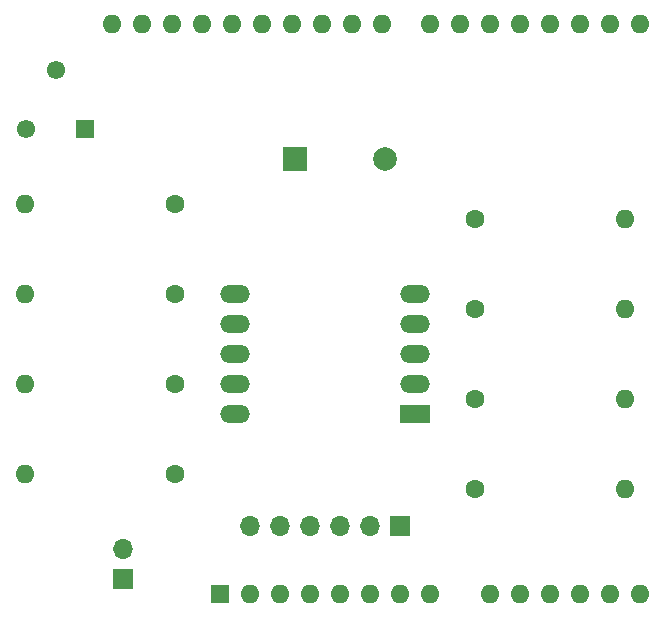
<source format=gbr>
G04 #@! TF.GenerationSoftware,KiCad,Pcbnew,(5.1.5)-3*
G04 #@! TF.CreationDate,2022-01-09T12:48:11+00:00*
G04 #@! TF.ProjectId,MorseSerialArduinoShield,4d6f7273-6553-4657-9269-616c41726475,rev?*
G04 #@! TF.SameCoordinates,Original*
G04 #@! TF.FileFunction,Soldermask,Top*
G04 #@! TF.FilePolarity,Negative*
%FSLAX46Y46*%
G04 Gerber Fmt 4.6, Leading zero omitted, Abs format (unit mm)*
G04 Created by KiCad (PCBNEW (5.1.5)-3) date 2022-01-09 12:48:11*
%MOMM*%
%LPD*%
G04 APERTURE LIST*
%ADD10O,1.700000X1.700000*%
%ADD11R,1.700000X1.700000*%
%ADD12O,1.600000X1.600000*%
%ADD13R,1.600000X1.600000*%
%ADD14C,1.550000*%
%ADD15R,1.550000X1.550000*%
%ADD16C,1.600000*%
%ADD17C,2.000000*%
%ADD18R,2.000000X2.000000*%
%ADD19R,2.524000X1.524000*%
%ADD20O,2.524000X1.524000*%
G04 APERTURE END LIST*
D10*
X130683000Y-122555000D03*
D11*
X130683000Y-125095000D03*
D10*
X141478000Y-120650000D03*
X144018000Y-120650000D03*
X146558000Y-120650000D03*
X149098000Y-120650000D03*
X151638000Y-120650000D03*
D11*
X154178000Y-120650000D03*
D12*
X129798000Y-78105000D03*
X132338000Y-78105000D03*
D13*
X138938000Y-126365000D03*
D12*
X169418000Y-78105000D03*
X141478000Y-126365000D03*
X166878000Y-78105000D03*
X144018000Y-126365000D03*
X164338000Y-78105000D03*
X146558000Y-126365000D03*
X161798000Y-78105000D03*
X149098000Y-126365000D03*
X159258000Y-78105000D03*
X151638000Y-126365000D03*
X156718000Y-78105000D03*
X154178000Y-126365000D03*
X152658000Y-78105000D03*
X156718000Y-126365000D03*
X150118000Y-78105000D03*
X161798000Y-126365000D03*
X147578000Y-78105000D03*
X164338000Y-126365000D03*
X145038000Y-78105000D03*
X166878000Y-126365000D03*
X142498000Y-78105000D03*
X169418000Y-126365000D03*
X139958000Y-78105000D03*
X171958000Y-126365000D03*
X137418000Y-78105000D03*
X174498000Y-126365000D03*
X134878000Y-78105000D03*
X174498000Y-78105000D03*
X171958000Y-78105000D03*
D14*
X125008000Y-81995000D03*
D15*
X127508000Y-86995000D03*
D14*
X122508000Y-86995000D03*
D12*
X173228000Y-117475000D03*
D16*
X160528000Y-117475000D03*
D17*
X152888000Y-89535000D03*
D18*
X145288000Y-89535000D03*
D19*
X155448000Y-111125000D03*
D20*
X155448000Y-108585000D03*
X155448000Y-106045000D03*
X155448000Y-103505000D03*
X155448000Y-100965000D03*
X140208000Y-100965000D03*
X140208000Y-103505000D03*
X140208000Y-106045000D03*
X140208000Y-108585000D03*
X140208000Y-111125000D03*
D12*
X122428000Y-93345000D03*
D16*
X135128000Y-93345000D03*
D12*
X173228000Y-109855000D03*
D16*
X160528000Y-109855000D03*
X160528000Y-102235000D03*
D12*
X173228000Y-102235000D03*
X173228000Y-94615000D03*
D16*
X160528000Y-94615000D03*
D12*
X122428000Y-100965000D03*
D16*
X135128000Y-100965000D03*
X135128000Y-108585000D03*
D12*
X122428000Y-108585000D03*
X122428000Y-116205000D03*
D16*
X135128000Y-116205000D03*
M02*

</source>
